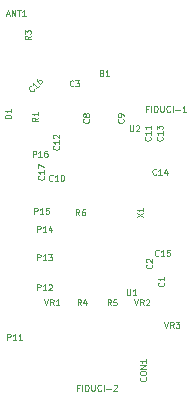
<source format=gbr>
G04 #@! TF.FileFunction,Other,Comment*
%FSLAX46Y46*%
G04 Gerber Fmt 4.6, Leading zero omitted, Abs format (unit mm)*
G04 Created by KiCad (PCBNEW 4.1.0-alpha+201608211231+7083~46~ubuntu16.04.1-product) date Thu Sep  1 10:22:21 2016*
%MOMM*%
%LPD*%
G01*
G04 APERTURE LIST*
%ADD10C,0.100000*%
%ADD11C,0.101600*%
G04 APERTURE END LIST*
D10*
D11*
X6628190Y1179286D02*
X6458857Y1179286D01*
X6458857Y913191D02*
X6458857Y1421191D01*
X6700761Y1421191D01*
X6894285Y913191D02*
X6894285Y1421191D01*
X7136190Y913191D02*
X7136190Y1421191D01*
X7257142Y1421191D01*
X7329714Y1397000D01*
X7378095Y1348620D01*
X7402285Y1300239D01*
X7426476Y1203477D01*
X7426476Y1130905D01*
X7402285Y1034143D01*
X7378095Y985762D01*
X7329714Y937381D01*
X7257142Y913191D01*
X7136190Y913191D01*
X7644190Y1421191D02*
X7644190Y1009953D01*
X7668380Y961572D01*
X7692571Y937381D01*
X7740952Y913191D01*
X7837714Y913191D01*
X7886095Y937381D01*
X7910285Y961572D01*
X7934476Y1009953D01*
X7934476Y1421191D01*
X8466666Y961572D02*
X8442476Y937381D01*
X8369904Y913191D01*
X8321523Y913191D01*
X8248952Y937381D01*
X8200571Y985762D01*
X8176380Y1034143D01*
X8152190Y1130905D01*
X8152190Y1203477D01*
X8176380Y1300239D01*
X8200571Y1348620D01*
X8248952Y1397000D01*
X8321523Y1421191D01*
X8369904Y1421191D01*
X8442476Y1397000D01*
X8466666Y1372810D01*
X8684380Y913191D02*
X8684380Y1421191D01*
X8926285Y1106715D02*
X9313333Y1106715D01*
X9531047Y1372810D02*
X9555238Y1397000D01*
X9603619Y1421191D01*
X9724571Y1421191D01*
X9772952Y1397000D01*
X9797142Y1372810D01*
X9821333Y1324429D01*
X9821333Y1276048D01*
X9797142Y1203477D01*
X9506857Y913191D01*
X9821333Y913191D01*
X12470190Y24801286D02*
X12300857Y24801286D01*
X12300857Y24535191D02*
X12300857Y25043191D01*
X12542761Y25043191D01*
X12736285Y24535191D02*
X12736285Y25043191D01*
X12978190Y24535191D02*
X12978190Y25043191D01*
X13099142Y25043191D01*
X13171714Y25019000D01*
X13220095Y24970620D01*
X13244285Y24922239D01*
X13268476Y24825477D01*
X13268476Y24752905D01*
X13244285Y24656143D01*
X13220095Y24607762D01*
X13171714Y24559381D01*
X13099142Y24535191D01*
X12978190Y24535191D01*
X13486190Y25043191D02*
X13486190Y24631953D01*
X13510380Y24583572D01*
X13534571Y24559381D01*
X13582952Y24535191D01*
X13679714Y24535191D01*
X13728095Y24559381D01*
X13752285Y24583572D01*
X13776476Y24631953D01*
X13776476Y25043191D01*
X14308666Y24583572D02*
X14284476Y24559381D01*
X14211904Y24535191D01*
X14163523Y24535191D01*
X14090952Y24559381D01*
X14042571Y24607762D01*
X14018380Y24656143D01*
X13994190Y24752905D01*
X13994190Y24825477D01*
X14018380Y24922239D01*
X14042571Y24970620D01*
X14090952Y25019000D01*
X14163523Y25043191D01*
X14211904Y25043191D01*
X14284476Y25019000D01*
X14308666Y24994810D01*
X14526380Y24535191D02*
X14526380Y25043191D01*
X14768285Y24728715D02*
X15155333Y24728715D01*
X15663333Y24535191D02*
X15373047Y24535191D01*
X15518190Y24535191D02*
X15518190Y25043191D01*
X15469809Y24970620D01*
X15421428Y24922239D01*
X15373047Y24898048D01*
X447523Y32808334D02*
X689428Y32808334D01*
X399142Y32663191D02*
X568476Y33171191D01*
X737809Y32663191D01*
X907142Y32663191D02*
X907142Y33171191D01*
X1197428Y32663191D01*
X1197428Y33171191D01*
X1366761Y33171191D02*
X1657047Y33171191D01*
X1511904Y32663191D02*
X1511904Y33171191D01*
X2092476Y32663191D02*
X1802190Y32663191D01*
X1947333Y32663191D02*
X1947333Y33171191D01*
X1898952Y33098620D01*
X1850571Y33050239D01*
X1802190Y33026048D01*
X8557380Y27849286D02*
X8629952Y27825096D01*
X8654142Y27800905D01*
X8678333Y27752524D01*
X8678333Y27679953D01*
X8654142Y27631572D01*
X8629952Y27607381D01*
X8581571Y27583191D01*
X8388047Y27583191D01*
X8388047Y28091191D01*
X8557380Y28091191D01*
X8605761Y28067000D01*
X8629952Y28042810D01*
X8654142Y27994429D01*
X8654142Y27946048D01*
X8629952Y27897667D01*
X8605761Y27873477D01*
X8557380Y27849286D01*
X8388047Y27849286D01*
X9162142Y27583191D02*
X8871857Y27583191D01*
X9017000Y27583191D02*
X9017000Y28091191D01*
X8968619Y28018620D01*
X8920238Y27970239D01*
X8871857Y27946048D01*
X13770428Y10075334D02*
X13794619Y10051143D01*
X13818809Y9978572D01*
X13818809Y9930191D01*
X13794619Y9857620D01*
X13746238Y9809239D01*
X13697857Y9785048D01*
X13601095Y9760858D01*
X13528523Y9760858D01*
X13431761Y9785048D01*
X13383380Y9809239D01*
X13335000Y9857620D01*
X13310809Y9930191D01*
X13310809Y9978572D01*
X13335000Y10051143D01*
X13359190Y10075334D01*
X13818809Y10559143D02*
X13818809Y10268858D01*
X13818809Y10414000D02*
X13310809Y10414000D01*
X13383380Y10365620D01*
X13431761Y10317239D01*
X13455952Y10268858D01*
X12754428Y11599334D02*
X12778619Y11575143D01*
X12802809Y11502572D01*
X12802809Y11454191D01*
X12778619Y11381620D01*
X12730238Y11333239D01*
X12681857Y11309048D01*
X12585095Y11284858D01*
X12512523Y11284858D01*
X12415761Y11309048D01*
X12367380Y11333239D01*
X12319000Y11381620D01*
X12294809Y11454191D01*
X12294809Y11502572D01*
X12319000Y11575143D01*
X12343190Y11599334D01*
X12343190Y11792858D02*
X12319000Y11817048D01*
X12294809Y11865429D01*
X12294809Y11986381D01*
X12319000Y12034762D01*
X12343190Y12058953D01*
X12391571Y12083143D01*
X12439952Y12083143D01*
X12512523Y12058953D01*
X12802809Y11768667D01*
X12802809Y12083143D01*
X6138333Y26742572D02*
X6114142Y26718381D01*
X6041571Y26694191D01*
X5993190Y26694191D01*
X5920619Y26718381D01*
X5872238Y26766762D01*
X5848047Y26815143D01*
X5823857Y26911905D01*
X5823857Y26984477D01*
X5848047Y27081239D01*
X5872238Y27129620D01*
X5920619Y27178000D01*
X5993190Y27202191D01*
X6041571Y27202191D01*
X6114142Y27178000D01*
X6138333Y27153810D01*
X6307666Y27202191D02*
X6622142Y27202191D01*
X6452809Y27008667D01*
X6525380Y27008667D01*
X6573761Y26984477D01*
X6597952Y26960286D01*
X6622142Y26911905D01*
X6622142Y26790953D01*
X6597952Y26742572D01*
X6573761Y26718381D01*
X6525380Y26694191D01*
X6380238Y26694191D01*
X6331857Y26718381D01*
X6307666Y26742572D01*
X7420428Y23918334D02*
X7444619Y23894143D01*
X7468809Y23821572D01*
X7468809Y23773191D01*
X7444619Y23700620D01*
X7396238Y23652239D01*
X7347857Y23628048D01*
X7251095Y23603858D01*
X7178523Y23603858D01*
X7081761Y23628048D01*
X7033380Y23652239D01*
X6985000Y23700620D01*
X6960809Y23773191D01*
X6960809Y23821572D01*
X6985000Y23894143D01*
X7009190Y23918334D01*
X7178523Y24208620D02*
X7154333Y24160239D01*
X7130142Y24136048D01*
X7081761Y24111858D01*
X7057571Y24111858D01*
X7009190Y24136048D01*
X6985000Y24160239D01*
X6960809Y24208620D01*
X6960809Y24305381D01*
X6985000Y24353762D01*
X7009190Y24377953D01*
X7057571Y24402143D01*
X7081761Y24402143D01*
X7130142Y24377953D01*
X7154333Y24353762D01*
X7178523Y24305381D01*
X7178523Y24208620D01*
X7202714Y24160239D01*
X7226904Y24136048D01*
X7275285Y24111858D01*
X7372047Y24111858D01*
X7420428Y24136048D01*
X7444619Y24160239D01*
X7468809Y24208620D01*
X7468809Y24305381D01*
X7444619Y24353762D01*
X7420428Y24377953D01*
X7372047Y24402143D01*
X7275285Y24402143D01*
X7226904Y24377953D01*
X7202714Y24353762D01*
X7178523Y24305381D01*
X10341428Y23918334D02*
X10365619Y23894143D01*
X10389809Y23821572D01*
X10389809Y23773191D01*
X10365619Y23700620D01*
X10317238Y23652239D01*
X10268857Y23628048D01*
X10172095Y23603858D01*
X10099523Y23603858D01*
X10002761Y23628048D01*
X9954380Y23652239D01*
X9906000Y23700620D01*
X9881809Y23773191D01*
X9881809Y23821572D01*
X9906000Y23894143D01*
X9930190Y23918334D01*
X10389809Y24160239D02*
X10389809Y24257000D01*
X10365619Y24305381D01*
X10341428Y24329572D01*
X10268857Y24377953D01*
X10172095Y24402143D01*
X9978571Y24402143D01*
X9930190Y24377953D01*
X9906000Y24353762D01*
X9881809Y24305381D01*
X9881809Y24208620D01*
X9906000Y24160239D01*
X9930190Y24136048D01*
X9978571Y24111858D01*
X10099523Y24111858D01*
X10147904Y24136048D01*
X10172095Y24160239D01*
X10196285Y24208620D01*
X10196285Y24305381D01*
X10172095Y24353762D01*
X10147904Y24377953D01*
X10099523Y24402143D01*
X4372428Y18741572D02*
X4348238Y18717381D01*
X4275666Y18693191D01*
X4227285Y18693191D01*
X4154714Y18717381D01*
X4106333Y18765762D01*
X4082142Y18814143D01*
X4057952Y18910905D01*
X4057952Y18983477D01*
X4082142Y19080239D01*
X4106333Y19128620D01*
X4154714Y19177000D01*
X4227285Y19201191D01*
X4275666Y19201191D01*
X4348238Y19177000D01*
X4372428Y19152810D01*
X4856238Y18693191D02*
X4565952Y18693191D01*
X4711095Y18693191D02*
X4711095Y19201191D01*
X4662714Y19128620D01*
X4614333Y19080239D01*
X4565952Y19056048D01*
X5170714Y19201191D02*
X5219095Y19201191D01*
X5267476Y19177000D01*
X5291666Y19152810D01*
X5315857Y19104429D01*
X5340047Y19007667D01*
X5340047Y18886715D01*
X5315857Y18789953D01*
X5291666Y18741572D01*
X5267476Y18717381D01*
X5219095Y18693191D01*
X5170714Y18693191D01*
X5122333Y18717381D01*
X5098142Y18741572D01*
X5073952Y18789953D01*
X5049761Y18886715D01*
X5049761Y19007667D01*
X5073952Y19104429D01*
X5098142Y19152810D01*
X5122333Y19177000D01*
X5170714Y19201191D01*
X12627428Y22406429D02*
X12651619Y22382239D01*
X12675809Y22309667D01*
X12675809Y22261286D01*
X12651619Y22188715D01*
X12603238Y22140334D01*
X12554857Y22116143D01*
X12458095Y22091953D01*
X12385523Y22091953D01*
X12288761Y22116143D01*
X12240380Y22140334D01*
X12192000Y22188715D01*
X12167809Y22261286D01*
X12167809Y22309667D01*
X12192000Y22382239D01*
X12216190Y22406429D01*
X12675809Y22890239D02*
X12675809Y22599953D01*
X12675809Y22745096D02*
X12167809Y22745096D01*
X12240380Y22696715D01*
X12288761Y22648334D01*
X12312952Y22599953D01*
X12675809Y23374048D02*
X12675809Y23083762D01*
X12675809Y23228905D02*
X12167809Y23228905D01*
X12240380Y23180524D01*
X12288761Y23132143D01*
X12312952Y23083762D01*
X4880428Y21644429D02*
X4904619Y21620239D01*
X4928809Y21547667D01*
X4928809Y21499286D01*
X4904619Y21426715D01*
X4856238Y21378334D01*
X4807857Y21354143D01*
X4711095Y21329953D01*
X4638523Y21329953D01*
X4541761Y21354143D01*
X4493380Y21378334D01*
X4445000Y21426715D01*
X4420809Y21499286D01*
X4420809Y21547667D01*
X4445000Y21620239D01*
X4469190Y21644429D01*
X4928809Y22128239D02*
X4928809Y21837953D01*
X4928809Y21983096D02*
X4420809Y21983096D01*
X4493380Y21934715D01*
X4541761Y21886334D01*
X4565952Y21837953D01*
X4469190Y22321762D02*
X4445000Y22345953D01*
X4420809Y22394334D01*
X4420809Y22515286D01*
X4445000Y22563667D01*
X4469190Y22587858D01*
X4517571Y22612048D01*
X4565952Y22612048D01*
X4638523Y22587858D01*
X4928809Y22297572D01*
X4928809Y22612048D01*
X13643428Y22406429D02*
X13667619Y22382239D01*
X13691809Y22309667D01*
X13691809Y22261286D01*
X13667619Y22188715D01*
X13619238Y22140334D01*
X13570857Y22116143D01*
X13474095Y22091953D01*
X13401523Y22091953D01*
X13304761Y22116143D01*
X13256380Y22140334D01*
X13208000Y22188715D01*
X13183809Y22261286D01*
X13183809Y22309667D01*
X13208000Y22382239D01*
X13232190Y22406429D01*
X13691809Y22890239D02*
X13691809Y22599953D01*
X13691809Y22745096D02*
X13183809Y22745096D01*
X13256380Y22696715D01*
X13304761Y22648334D01*
X13328952Y22599953D01*
X13183809Y23059572D02*
X13183809Y23374048D01*
X13377333Y23204715D01*
X13377333Y23277286D01*
X13401523Y23325667D01*
X13425714Y23349858D01*
X13474095Y23374048D01*
X13595047Y23374048D01*
X13643428Y23349858D01*
X13667619Y23325667D01*
X13691809Y23277286D01*
X13691809Y23132143D01*
X13667619Y23083762D01*
X13643428Y23059572D01*
X13135428Y19249572D02*
X13111238Y19225381D01*
X13038666Y19201191D01*
X12990285Y19201191D01*
X12917714Y19225381D01*
X12869333Y19273762D01*
X12845142Y19322143D01*
X12820952Y19418905D01*
X12820952Y19491477D01*
X12845142Y19588239D01*
X12869333Y19636620D01*
X12917714Y19685000D01*
X12990285Y19709191D01*
X13038666Y19709191D01*
X13111238Y19685000D01*
X13135428Y19660810D01*
X13619238Y19201191D02*
X13328952Y19201191D01*
X13474095Y19201191D02*
X13474095Y19709191D01*
X13425714Y19636620D01*
X13377333Y19588239D01*
X13328952Y19564048D01*
X14054666Y19539858D02*
X14054666Y19201191D01*
X13933714Y19733381D02*
X13812761Y19370524D01*
X14127238Y19370524D01*
X13344428Y12391572D02*
X13320238Y12367381D01*
X13247666Y12343191D01*
X13199285Y12343191D01*
X13126714Y12367381D01*
X13078333Y12415762D01*
X13054142Y12464143D01*
X13029952Y12560905D01*
X13029952Y12633477D01*
X13054142Y12730239D01*
X13078333Y12778620D01*
X13126714Y12827000D01*
X13199285Y12851191D01*
X13247666Y12851191D01*
X13320238Y12827000D01*
X13344428Y12802810D01*
X13828238Y12343191D02*
X13537952Y12343191D01*
X13683095Y12343191D02*
X13683095Y12851191D01*
X13634714Y12778620D01*
X13586333Y12730239D01*
X13537952Y12706048D01*
X14287857Y12851191D02*
X14045952Y12851191D01*
X14021761Y12609286D01*
X14045952Y12633477D01*
X14094333Y12657667D01*
X14215285Y12657667D01*
X14263666Y12633477D01*
X14287857Y12609286D01*
X14312047Y12560905D01*
X14312047Y12439953D01*
X14287857Y12391572D01*
X14263666Y12367381D01*
X14215285Y12343191D01*
X14094333Y12343191D01*
X14045952Y12367381D01*
X14021761Y12391572D01*
X2818368Y26437791D02*
X2818368Y26403581D01*
X2784158Y26335160D01*
X2749947Y26300949D01*
X2681526Y26266739D01*
X2613105Y26266739D01*
X2561789Y26283844D01*
X2476263Y26335160D01*
X2424947Y26386476D01*
X2373632Y26472002D01*
X2356526Y26523318D01*
X2356526Y26591739D01*
X2390737Y26660160D01*
X2424947Y26694370D01*
X2493368Y26728581D01*
X2527579Y26728581D01*
X3194683Y26745686D02*
X2989420Y26540423D01*
X3092052Y26643054D02*
X2732842Y27002264D01*
X2749947Y26916738D01*
X2749947Y26848317D01*
X2732842Y26797001D01*
X3143368Y27412790D02*
X3074947Y27344369D01*
X3057841Y27293054D01*
X3057841Y27258843D01*
X3074947Y27173317D01*
X3126262Y27087791D01*
X3263104Y26950949D01*
X3314420Y26933843D01*
X3348631Y26933843D01*
X3399946Y26950949D01*
X3468367Y27019370D01*
X3485473Y27070685D01*
X3485473Y27104896D01*
X3468367Y27156212D01*
X3382841Y27241738D01*
X3331525Y27258843D01*
X3297315Y27258843D01*
X3245999Y27241738D01*
X3177578Y27173317D01*
X3160473Y27122001D01*
X3160473Y27087791D01*
X3177578Y27036475D01*
X3610428Y19104429D02*
X3634619Y19080239D01*
X3658809Y19007667D01*
X3658809Y18959286D01*
X3634619Y18886715D01*
X3586238Y18838334D01*
X3537857Y18814143D01*
X3441095Y18789953D01*
X3368523Y18789953D01*
X3271761Y18814143D01*
X3223380Y18838334D01*
X3175000Y18886715D01*
X3150809Y18959286D01*
X3150809Y19007667D01*
X3175000Y19080239D01*
X3199190Y19104429D01*
X3658809Y19588239D02*
X3658809Y19297953D01*
X3658809Y19443096D02*
X3150809Y19443096D01*
X3223380Y19394715D01*
X3271761Y19346334D01*
X3295952Y19297953D01*
X3150809Y19757572D02*
X3150809Y20096239D01*
X3658809Y19878524D01*
X12246428Y2050143D02*
X12270619Y2025953D01*
X12294809Y1953381D01*
X12294809Y1905000D01*
X12270619Y1832429D01*
X12222238Y1784048D01*
X12173857Y1759858D01*
X12077095Y1735667D01*
X12004523Y1735667D01*
X11907761Y1759858D01*
X11859380Y1784048D01*
X11811000Y1832429D01*
X11786809Y1905000D01*
X11786809Y1953381D01*
X11811000Y2025953D01*
X11835190Y2050143D01*
X11786809Y2364620D02*
X11786809Y2461381D01*
X11811000Y2509762D01*
X11859380Y2558143D01*
X11956142Y2582334D01*
X12125476Y2582334D01*
X12222238Y2558143D01*
X12270619Y2509762D01*
X12294809Y2461381D01*
X12294809Y2364620D01*
X12270619Y2316239D01*
X12222238Y2267858D01*
X12125476Y2243667D01*
X11956142Y2243667D01*
X11859380Y2267858D01*
X11811000Y2316239D01*
X11786809Y2364620D01*
X12294809Y2800048D02*
X11786809Y2800048D01*
X12294809Y3090334D01*
X11786809Y3090334D01*
X12294809Y3598334D02*
X12294809Y3308048D01*
X12294809Y3453191D02*
X11786809Y3453191D01*
X11859380Y3404810D01*
X11907761Y3356429D01*
X11931952Y3308048D01*
X864809Y24009048D02*
X356809Y24009048D01*
X356809Y24130000D01*
X381000Y24202572D01*
X429380Y24250953D01*
X477761Y24275143D01*
X574523Y24299334D01*
X647095Y24299334D01*
X743857Y24275143D01*
X792238Y24250953D01*
X840619Y24202572D01*
X864809Y24130000D01*
X864809Y24009048D01*
X864809Y24783143D02*
X864809Y24492858D01*
X864809Y24638000D02*
X356809Y24638000D01*
X429380Y24589620D01*
X477761Y24541239D01*
X501952Y24492858D01*
X526142Y5231191D02*
X526142Y5739191D01*
X719666Y5739191D01*
X768047Y5715000D01*
X792238Y5690810D01*
X816428Y5642429D01*
X816428Y5569858D01*
X792238Y5521477D01*
X768047Y5497286D01*
X719666Y5473096D01*
X526142Y5473096D01*
X1300238Y5231191D02*
X1009952Y5231191D01*
X1155095Y5231191D02*
X1155095Y5739191D01*
X1106714Y5666620D01*
X1058333Y5618239D01*
X1009952Y5594048D01*
X1784047Y5231191D02*
X1493761Y5231191D01*
X1638904Y5231191D02*
X1638904Y5739191D01*
X1590523Y5666620D01*
X1542142Y5618239D01*
X1493761Y5594048D01*
X3066142Y9422191D02*
X3066142Y9930191D01*
X3259666Y9930191D01*
X3308047Y9906000D01*
X3332238Y9881810D01*
X3356428Y9833429D01*
X3356428Y9760858D01*
X3332238Y9712477D01*
X3308047Y9688286D01*
X3259666Y9664096D01*
X3066142Y9664096D01*
X3840238Y9422191D02*
X3549952Y9422191D01*
X3695095Y9422191D02*
X3695095Y9930191D01*
X3646714Y9857620D01*
X3598333Y9809239D01*
X3549952Y9785048D01*
X4033761Y9881810D02*
X4057952Y9906000D01*
X4106333Y9930191D01*
X4227285Y9930191D01*
X4275666Y9906000D01*
X4299857Y9881810D01*
X4324047Y9833429D01*
X4324047Y9785048D01*
X4299857Y9712477D01*
X4009571Y9422191D01*
X4324047Y9422191D01*
X3066142Y11962191D02*
X3066142Y12470191D01*
X3259666Y12470191D01*
X3308047Y12446000D01*
X3332238Y12421810D01*
X3356428Y12373429D01*
X3356428Y12300858D01*
X3332238Y12252477D01*
X3308047Y12228286D01*
X3259666Y12204096D01*
X3066142Y12204096D01*
X3840238Y11962191D02*
X3549952Y11962191D01*
X3695095Y11962191D02*
X3695095Y12470191D01*
X3646714Y12397620D01*
X3598333Y12349239D01*
X3549952Y12325048D01*
X4009571Y12470191D02*
X4324047Y12470191D01*
X4154714Y12276667D01*
X4227285Y12276667D01*
X4275666Y12252477D01*
X4299857Y12228286D01*
X4324047Y12179905D01*
X4324047Y12058953D01*
X4299857Y12010572D01*
X4275666Y11986381D01*
X4227285Y11962191D01*
X4082142Y11962191D01*
X4033761Y11986381D01*
X4009571Y12010572D01*
X3066142Y14375191D02*
X3066142Y14883191D01*
X3259666Y14883191D01*
X3308047Y14859000D01*
X3332238Y14834810D01*
X3356428Y14786429D01*
X3356428Y14713858D01*
X3332238Y14665477D01*
X3308047Y14641286D01*
X3259666Y14617096D01*
X3066142Y14617096D01*
X3840238Y14375191D02*
X3549952Y14375191D01*
X3695095Y14375191D02*
X3695095Y14883191D01*
X3646714Y14810620D01*
X3598333Y14762239D01*
X3549952Y14738048D01*
X4275666Y14713858D02*
X4275666Y14375191D01*
X4154714Y14907381D02*
X4033761Y14544524D01*
X4348238Y14544524D01*
X2812142Y15899191D02*
X2812142Y16407191D01*
X3005666Y16407191D01*
X3054047Y16383000D01*
X3078238Y16358810D01*
X3102428Y16310429D01*
X3102428Y16237858D01*
X3078238Y16189477D01*
X3054047Y16165286D01*
X3005666Y16141096D01*
X2812142Y16141096D01*
X3586238Y15899191D02*
X3295952Y15899191D01*
X3441095Y15899191D02*
X3441095Y16407191D01*
X3392714Y16334620D01*
X3344333Y16286239D01*
X3295952Y16262048D01*
X4045857Y16407191D02*
X3803952Y16407191D01*
X3779761Y16165286D01*
X3803952Y16189477D01*
X3852333Y16213667D01*
X3973285Y16213667D01*
X4021666Y16189477D01*
X4045857Y16165286D01*
X4070047Y16116905D01*
X4070047Y15995953D01*
X4045857Y15947572D01*
X4021666Y15923381D01*
X3973285Y15899191D01*
X3852333Y15899191D01*
X3803952Y15923381D01*
X3779761Y15947572D01*
X2685142Y20725191D02*
X2685142Y21233191D01*
X2878666Y21233191D01*
X2927047Y21209000D01*
X2951238Y21184810D01*
X2975428Y21136429D01*
X2975428Y21063858D01*
X2951238Y21015477D01*
X2927047Y20991286D01*
X2878666Y20967096D01*
X2685142Y20967096D01*
X3459238Y20725191D02*
X3168952Y20725191D01*
X3314095Y20725191D02*
X3314095Y21233191D01*
X3265714Y21160620D01*
X3217333Y21112239D01*
X3168952Y21088048D01*
X3894666Y21233191D02*
X3797904Y21233191D01*
X3749523Y21209000D01*
X3725333Y21184810D01*
X3676952Y21112239D01*
X3652761Y21015477D01*
X3652761Y20821953D01*
X3676952Y20773572D01*
X3701142Y20749381D01*
X3749523Y20725191D01*
X3846285Y20725191D01*
X3894666Y20749381D01*
X3918857Y20773572D01*
X3943047Y20821953D01*
X3943047Y20942905D01*
X3918857Y20991286D01*
X3894666Y21015477D01*
X3846285Y21039667D01*
X3749523Y21039667D01*
X3701142Y21015477D01*
X3676952Y20991286D01*
X3652761Y20942905D01*
X3150809Y24045334D02*
X2908904Y23876000D01*
X3150809Y23755048D02*
X2642809Y23755048D01*
X2642809Y23948572D01*
X2667000Y23996953D01*
X2691190Y24021143D01*
X2739571Y24045334D01*
X2812142Y24045334D01*
X2860523Y24021143D01*
X2884714Y23996953D01*
X2908904Y23948572D01*
X2908904Y23755048D01*
X3150809Y24529143D02*
X3150809Y24238858D01*
X3150809Y24384000D02*
X2642809Y24384000D01*
X2715380Y24335620D01*
X2763761Y24287239D01*
X2787952Y24238858D01*
X2515809Y30960334D02*
X2273904Y30791000D01*
X2515809Y30670048D02*
X2007809Y30670048D01*
X2007809Y30863572D01*
X2032000Y30911953D01*
X2056190Y30936143D01*
X2104571Y30960334D01*
X2177142Y30960334D01*
X2225523Y30936143D01*
X2249714Y30911953D01*
X2273904Y30863572D01*
X2273904Y30670048D01*
X2007809Y31129667D02*
X2007809Y31444143D01*
X2201333Y31274810D01*
X2201333Y31347381D01*
X2225523Y31395762D01*
X2249714Y31419953D01*
X2298095Y31444143D01*
X2419047Y31444143D01*
X2467428Y31419953D01*
X2491619Y31395762D01*
X2515809Y31347381D01*
X2515809Y31202239D01*
X2491619Y31153858D01*
X2467428Y31129667D01*
X6773333Y8152191D02*
X6604000Y8394096D01*
X6483047Y8152191D02*
X6483047Y8660191D01*
X6676571Y8660191D01*
X6724952Y8636000D01*
X6749142Y8611810D01*
X6773333Y8563429D01*
X6773333Y8490858D01*
X6749142Y8442477D01*
X6724952Y8418286D01*
X6676571Y8394096D01*
X6483047Y8394096D01*
X7208761Y8490858D02*
X7208761Y8152191D01*
X7087809Y8684381D02*
X6966857Y8321524D01*
X7281333Y8321524D01*
X9313333Y8152191D02*
X9144000Y8394096D01*
X9023047Y8152191D02*
X9023047Y8660191D01*
X9216571Y8660191D01*
X9264952Y8636000D01*
X9289142Y8611810D01*
X9313333Y8563429D01*
X9313333Y8490858D01*
X9289142Y8442477D01*
X9264952Y8418286D01*
X9216571Y8394096D01*
X9023047Y8394096D01*
X9772952Y8660191D02*
X9531047Y8660191D01*
X9506857Y8418286D01*
X9531047Y8442477D01*
X9579428Y8466667D01*
X9700380Y8466667D01*
X9748761Y8442477D01*
X9772952Y8418286D01*
X9797142Y8369905D01*
X9797142Y8248953D01*
X9772952Y8200572D01*
X9748761Y8176381D01*
X9700380Y8152191D01*
X9579428Y8152191D01*
X9531047Y8176381D01*
X9506857Y8200572D01*
X6646333Y15772191D02*
X6477000Y16014096D01*
X6356047Y15772191D02*
X6356047Y16280191D01*
X6549571Y16280191D01*
X6597952Y16256000D01*
X6622142Y16231810D01*
X6646333Y16183429D01*
X6646333Y16110858D01*
X6622142Y16062477D01*
X6597952Y16038286D01*
X6549571Y16014096D01*
X6356047Y16014096D01*
X7081761Y16280191D02*
X6985000Y16280191D01*
X6936619Y16256000D01*
X6912428Y16231810D01*
X6864047Y16159239D01*
X6839857Y16062477D01*
X6839857Y15868953D01*
X6864047Y15820572D01*
X6888238Y15796381D01*
X6936619Y15772191D01*
X7033380Y15772191D01*
X7081761Y15796381D01*
X7105952Y15820572D01*
X7130142Y15868953D01*
X7130142Y15989905D01*
X7105952Y16038286D01*
X7081761Y16062477D01*
X7033380Y16086667D01*
X6936619Y16086667D01*
X6888238Y16062477D01*
X6864047Y16038286D01*
X6839857Y15989905D01*
X10661952Y9549191D02*
X10661952Y9137953D01*
X10686142Y9089572D01*
X10710333Y9065381D01*
X10758714Y9041191D01*
X10855476Y9041191D01*
X10903857Y9065381D01*
X10928047Y9089572D01*
X10952238Y9137953D01*
X10952238Y9549191D01*
X11460238Y9041191D02*
X11169952Y9041191D01*
X11315095Y9041191D02*
X11315095Y9549191D01*
X11266714Y9476620D01*
X11218333Y9428239D01*
X11169952Y9404048D01*
X10915952Y23392191D02*
X10915952Y22980953D01*
X10940142Y22932572D01*
X10964333Y22908381D01*
X11012714Y22884191D01*
X11109476Y22884191D01*
X11157857Y22908381D01*
X11182047Y22932572D01*
X11206238Y22980953D01*
X11206238Y23392191D01*
X11423952Y23343810D02*
X11448142Y23368000D01*
X11496523Y23392191D01*
X11617476Y23392191D01*
X11665857Y23368000D01*
X11690047Y23343810D01*
X11714238Y23295429D01*
X11714238Y23247048D01*
X11690047Y23174477D01*
X11399761Y22884191D01*
X11714238Y22884191D01*
X3652761Y8660191D02*
X3822095Y8152191D01*
X3991428Y8660191D01*
X4451047Y8152191D02*
X4281714Y8394096D01*
X4160761Y8152191D02*
X4160761Y8660191D01*
X4354285Y8660191D01*
X4402666Y8636000D01*
X4426857Y8611810D01*
X4451047Y8563429D01*
X4451047Y8490858D01*
X4426857Y8442477D01*
X4402666Y8418286D01*
X4354285Y8394096D01*
X4160761Y8394096D01*
X4934857Y8152191D02*
X4644571Y8152191D01*
X4789714Y8152191D02*
X4789714Y8660191D01*
X4741333Y8587620D01*
X4692952Y8539239D01*
X4644571Y8515048D01*
X11272761Y8660191D02*
X11442095Y8152191D01*
X11611428Y8660191D01*
X12071047Y8152191D02*
X11901714Y8394096D01*
X11780761Y8152191D02*
X11780761Y8660191D01*
X11974285Y8660191D01*
X12022666Y8636000D01*
X12046857Y8611810D01*
X12071047Y8563429D01*
X12071047Y8490858D01*
X12046857Y8442477D01*
X12022666Y8418286D01*
X11974285Y8394096D01*
X11780761Y8394096D01*
X12264571Y8611810D02*
X12288761Y8636000D01*
X12337142Y8660191D01*
X12458095Y8660191D01*
X12506476Y8636000D01*
X12530666Y8611810D01*
X12554857Y8563429D01*
X12554857Y8515048D01*
X12530666Y8442477D01*
X12240380Y8152191D01*
X12554857Y8152191D01*
X13812761Y6755191D02*
X13982095Y6247191D01*
X14151428Y6755191D01*
X14611047Y6247191D02*
X14441714Y6489096D01*
X14320761Y6247191D02*
X14320761Y6755191D01*
X14514285Y6755191D01*
X14562666Y6731000D01*
X14586857Y6706810D01*
X14611047Y6658429D01*
X14611047Y6585858D01*
X14586857Y6537477D01*
X14562666Y6513286D01*
X14514285Y6489096D01*
X14320761Y6489096D01*
X14780380Y6755191D02*
X15094857Y6755191D01*
X14925523Y6561667D01*
X14998095Y6561667D01*
X15046476Y6537477D01*
X15070666Y6513286D01*
X15094857Y6464905D01*
X15094857Y6343953D01*
X15070666Y6295572D01*
X15046476Y6271381D01*
X14998095Y6247191D01*
X14852952Y6247191D01*
X14804571Y6271381D01*
X14780380Y6295572D01*
X11532809Y15590762D02*
X12040809Y15929429D01*
X11532809Y15929429D02*
X12040809Y15590762D01*
X12040809Y16389048D02*
X12040809Y16098762D01*
X12040809Y16243905D02*
X11532809Y16243905D01*
X11605380Y16195524D01*
X11653761Y16147143D01*
X11677952Y16098762D01*
M02*

</source>
